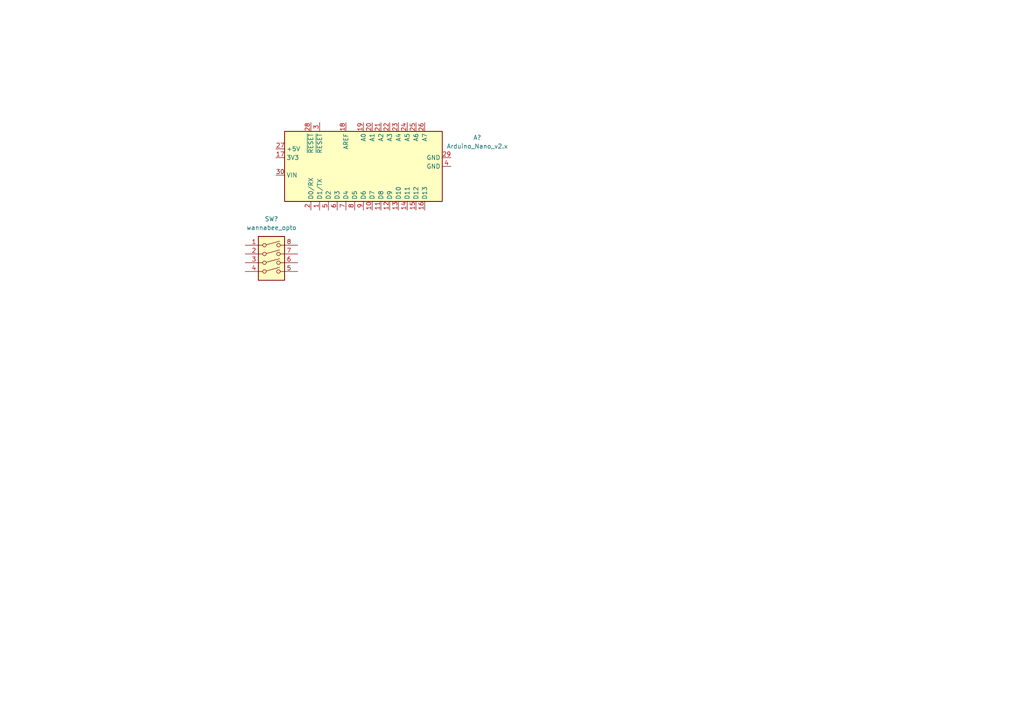
<source format=kicad_sch>
(kicad_sch (version 20211123) (generator eeschema)
  (paper "A4")
  (lib_symbols
    (symbol "MCU_Module:Arduino_Nano_v2.x"
      (property "Reference" "A" (at -10.16 23.495 0))
      (property "Value" "Arduino_Nano_v2.x" (at 5.08 -24.13 0))
      (symbol "Arduino_Nano_v2.x_0_1"
        (rectangle (start -10.16 22.86) (end 10.16 -22.86) (stroke (width 0.254)) (fill (type background)))
      )
      (symbol "Arduino_Nano_v2.x_1_1"
        (pin bidirectional line (at -12.7 12.7 0) (length 2.54) (name "D1/TX") (number "1"))
        (pin bidirectional line (at -12.7 -2.54 0) (length 2.54) (name "D7") (number "10"))
        (pin bidirectional line (at -12.7 -5.08 0) (length 2.54) (name "D8") (number "11"))
        (pin bidirectional line (at -12.7 -7.62 0) (length 2.54) (name "D9") (number "12"))
        (pin bidirectional line (at -12.7 -10.16 0) (length 2.54) (name "D10") (number "13"))
        (pin bidirectional line (at -12.7 -12.7 0) (length 2.54) (name "D11") (number "14"))
        (pin bidirectional line (at -12.7 -15.24 0) (length 2.54) (name "D12") (number "15"))
        (pin bidirectional line (at -12.7 -17.78 0) (length 2.54) (name "D13") (number "16"))
        (pin power_out line (at 2.54 25.4 270) (length 2.54) (name "3V3") (number "17"))
        (pin input line (at 12.7 5.08 180) (length 2.54) (name "AREF") (number "18"))
        (pin bidirectional line (at 12.7 0 180) (length 2.54) (name "A0") (number "19"))
        (pin bidirectional line (at -12.7 15.24 0) (length 2.54) (name "D0/RX") (number "2"))
        (pin bidirectional line (at 12.7 -2.54 180) (length 2.54) (name "A1") (number "20"))
        (pin bidirectional line (at 12.7 -5.08 180) (length 2.54) (name "A2") (number "21"))
        (pin bidirectional line (at 12.7 -7.62 180) (length 2.54) (name "A3") (number "22"))
        (pin bidirectional line (at 12.7 -10.16 180) (length 2.54) (name "A4") (number "23"))
        (pin bidirectional line (at 12.7 -12.7 180) (length 2.54) (name "A5") (number "24"))
        (pin bidirectional line (at 12.7 -15.24 180) (length 2.54) (name "A6") (number "25"))
        (pin bidirectional line (at 12.7 -17.78 180) (length 2.54) (name "A7") (number "26"))
        (pin power_out line (at 5.08 25.4 270) (length 2.54) (name "+5V") (number "27"))
        (pin input line (at 12.7 15.24 180) (length 2.54) (name "~{RESET}") (number "28"))
        (pin power_in line (at 2.54 -25.4 90) (length 2.54) (name "GND") (number "29"))
        (pin input line (at 12.7 12.7 180) (length 2.54) (name "~{RESET}") (number "3"))
        (pin power_in line (at -2.54 25.4 270) (length 2.54) (name "VIN") (number "30"))
        (pin power_in line (at 0 -25.4 90) (length 2.54) (name "GND") (number "4"))
        (pin bidirectional line (at -12.7 10.16 0) (length 2.54) (name "D2") (number "5"))
        (pin bidirectional line (at -12.7 7.62 0) (length 2.54) (name "D3") (number "6"))
        (pin bidirectional line (at -12.7 5.08 0) (length 2.54) (name "D4") (number "7"))
        (pin bidirectional line (at -12.7 2.54 0) (length 2.54) (name "D5") (number "8"))
        (pin bidirectional line (at -12.7 0 0) (length 2.54) (name "D6") (number "9"))
      )
    )
    (symbol "Switch:SW_DIP_x04" (pin_names (offset 0) hide)
      (property "Reference" "SW" (at 0 8.89 0))
      (property "Value" "SW_DIP_x04" (at 0 -6.35 0))
      (symbol "SW_DIP_x04_0_0"
        (circle (center -2.032 -2.54) (radius 0.508))
        (circle (center -2.032 0) (radius 0.508))
        (circle (center -2.032 2.54) (radius 0.508))
        (circle (center -2.032 5.08) (radius 0.508))
        (polyline (pts (xy -1.524 -2.3876) (xy 2.3622 -1.3462)))
        (polyline (pts (xy -1.524 0.127) (xy 2.3622 1.1684)))
        (polyline (pts (xy -1.524 2.667) (xy 2.3622 3.7084)))
        (polyline (pts (xy -1.524 5.207) (xy 2.3622 6.2484)))
        (circle (center 2.032 -2.54) (radius 0.508))
        (circle (center 2.032 0) (radius 0.508))
        (circle (center 2.032 2.54) (radius 0.508))
        (circle (center 2.032 5.08) (radius 0.508))
      )
      (symbol "SW_DIP_x04_0_1"
        (rectangle (start -3.81 7.62) (end 3.81 -5.08) (stroke (width 0.254)) (fill (type background)))
      )
      (symbol "SW_DIP_x04_1_1"
        (pin passive line (at -7.62 5.08 0) (length 5.08) (name "~") (number "1"))
        (pin passive line (at -7.62 2.54 0) (length 5.08) (name "~") (number "2"))
        (pin passive line (at -7.62 0 0) (length 5.08) (name "~") (number "3"))
        (pin passive line (at -7.62 -2.54 0) (length 5.08) (name "~") (number "4"))
        (pin passive line (at 7.62 -2.54 180) (length 5.08) (name "~") (number "5"))
        (pin passive line (at 7.62 0 180) (length 5.08) (name "~") (number "6"))
        (pin passive line (at 7.62 2.54 180) (length 5.08) (name "~") (number "7"))
        (pin passive line (at 7.62 5.08 180) (length 5.08) (name "~") (number "8"))
      )
    )
  )
  (symbol (lib_id "Switch:SW_DIP_x04") (at 78.74 76.2 0) (unit 1)
    (property "Reference" "SW?" (at 78.74 63.5 0))
    (property "Value" "wannabee_opto" (at 78.74 66.04 0))
    (property "Footprint" "Package_DIP:DIP-8_W7.62mm" (effects hide))
  )
  (symbol (lib_id "MCU_Module:Arduino_Nano_v2.x") (at 105.41 48.26 90) (unit 1)
    (property "Reference" "A?" (at 138.43 39.8905 90))
    (property "Value" "Arduino_Nano_v2.x" (at 138.43 42.4305 90))
    (property "Footprint" "Module:Arduino_Nano" (effects hide))
    (property "Datasheet" "https://www.arduino.cc/en/uploads/Main/ArduinoNanoManual23.pdf" (effects hide))
  )
)
</source>
